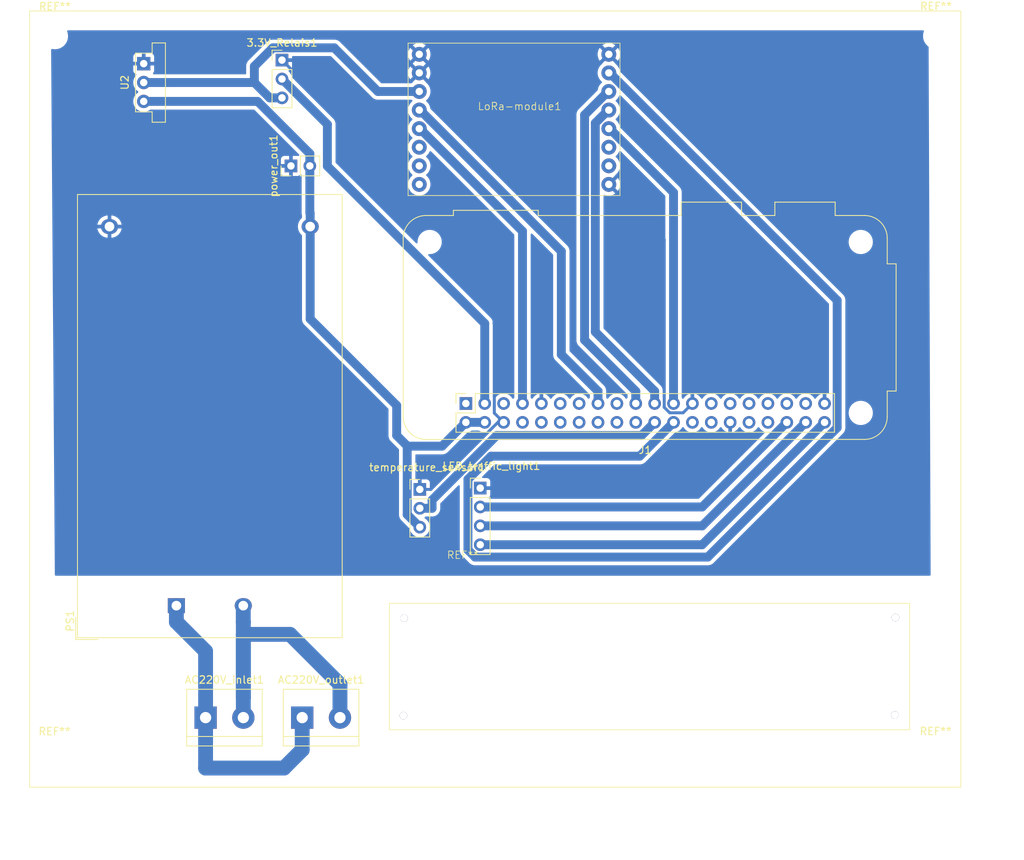
<source format=kicad_pcb>
(kicad_pcb (version 20240108) (generator "pcbnew") (generator_version "8.0")
  (layers (0 "F.Cu" signal) (31 "B.Cu" signal) (34 "B.Paste" user) (35 "F.Paste" user) (36 "B.SilkS" user "B.Silkscreen") (37 "F.SilkS" user "F.Silkscreen") (38 "B.Mask" user) (39 "F.Mask" user) (44 "Edge.Cuts" user))
  (net 0 "")
  (net 1 "Net-(J1-MISO0{slash}GPIO9)")
  (net 7 "Net-(J1-MOSI0{slash}GPIO10)")
  (net 10 "Net-(J1-GCLK0{slash}GPIO4)")
  (net 11 "Net-(J1-GPIO22)")
  (net 13 "Net-(J1-~{CE0}{slash}GPIO8)")
  (net 14 "Net-(3.3V_Relais1-3.3V)")
  (net 16 "Net-(3.3V_Relais1-GPIO)")
  (net 17 "Net-(AC220V_inlet1-AC)")
  (net 18 "Net-(J1-SCLK0{slash}GPIO11)")
  (net 19 "Net-(AC220V_inlet1-N)")
  (net 20 "Net-(PS1-+Vout)")
  (net 29 "Net-(J1-GPIO20{slash}MOSI1)")
  (net 30 "Net-(J1-GPIO16)")
  (net 33 "Net-(J1-GPIO21{slash}SCLK1)")
  (net 37 "Net-(J1-GPIO25)")
  (net 38 "GND")
  (net 39 "Net-(J1-3V3-Pad1)")
  (footprint "AAA_Emanuel:LoRa2" (layer "F.Cu") (at 89.92 32.32)
    (property "Reference" "LoRa-module1" (at 3.5 -3.5 0) (layer "F.SilkS") (effects (font (thickness 0.1))))
    (property "Value" "Ai-Thinker-Ra-02")
    (fp_line (start -11.5 -12) (end -11.5 8.5) (stroke (width 0.1)) (layer "F.SilkS"))
    (fp_line (start -11.5 -12) (end 17 -12) (stroke (width 0.1)) (layer "F.SilkS"))
    (fp_line (start -11.5 8.5) (end 17 8.5) (stroke (width 0.1)) (layer "F.SilkS"))
    (fp_line (start 17 -12) (end 17 8.5) (stroke (width 0.1)) (layer "F.SilkS"))
    (pad "1" thru_hole circle (at -10 -10.5) (size 2 2) (drill 1) (layers "*.Cu" "*.Mask") (net 38 "GND"))
    (pad "2" thru_hole circle (at -10 -8) (size 2 2) (drill 1) (layers "*.Cu" "*.Mask") (net 38 "GND"))
    (pad "3" thru_hole circle (at -10 -5.5) (size 2 2) (drill 1) (layers "*.Cu" "*.Mask") (net 14 "Net-(3.3V_Relais1-3.3V)"))
    (pad "4" thru_hole circle (at -10 -3) (size 2 2) (drill 1) (layers "*.Cu" "*.Mask") (net 11 "Net-(J1-GPIO22)"))
    (pad "5" thru_hole circle (at -10 -0.5) (size 2 2) (drill 1) (layers "*.Cu" "*.Mask") (net 10 "Net-(J1-GCLK0{slash}GPIO4)"))
    (pad "6" thru_hole circle (at -10 2) (size 2 2) (drill 1) (layers "*.Cu" "*.Mask"))
    (pad "7" thru_hole circle (at -10 4.5) (size 2 2) (drill 1) (layers "*.Cu" "*.Mask"))
    (pad "8" thru_hole circle (at -10 7) (size 2 2) (drill 1) (layers "*.Cu" "*.Mask"))
    (pad "9" thru_hole circle (at 15.5 7) (size 2 2) (drill 1) (layers "*.Cu" "*.Mask") (net 38 "GND"))
    (pad "10" thru_hole circle (at 15.5 4.5) (size 2 2) (drill 1) (layers "*.Cu" "*.Mask"))
    (pad "11" thru_hole circle (at 15.5 2) (size 2 2) (drill 1) (layers "*.Cu" "*.Mask"))
    (pad "12" thru_hole circle (at 15.5 -0.5) (size 2 2) (drill 1) (layers "*.Cu" "*.Mask") (net 18 "Net-(J1-SCLK0{slash}GPIO11)"))
    (pad "13" thru_hole circle (at 15.5 -3) (size 2 2) (drill 1) (layers "*.Cu" "*.Mask") (net 1 "Net-(J1-MISO0{slash}GPIO9)"))
    (pad "14" thru_hole circle (at 15.5 -5.5) (size 2 2) (drill 1) (layers "*.Cu" "*.Mask") (net 7 "Net-(J1-MOSI0{slash}GPIO10)"))
    (pad "15" thru_hole circle (at 15.5 -8) (size 2 2) (drill 1) (layers "*.Cu" "*.Mask") (net 13 "Net-(J1-~{CE0}{slash}GPIO8)"))
    (pad "16" thru_hole circle (at 15.5 -10.5) (size 2 2) (drill 1) (layers "*.Cu" "*.Mask") (net 38 "GND"))
  )
  (footprint "Connector_PinHeader_2.54mm:PinHeader_1x02_P2.54mm_Vertical" (layer "F.Cu") (at 62.655 36.835 90)
    (property "Reference" "power_out1" (at 0 -2.33 -90) (layer "F.SilkS"))
    (property "Value" "~")
    (fp_line (start -1.33 -1.33) (end 0 -1.33) (stroke (width 0.12)) (layer "F.SilkS"))
    (fp_line (start -1.33 0) (end -1.33 -1.33) (stroke (width 0.12)) (layer "F.SilkS"))
    (fp_line (start 1.33 1.27) (end 1.33 3.87) (stroke (width 0.12)) (layer "F.SilkS"))
    (fp_line (start -1.33 1.27) (end 1.33 1.27) (stroke (width 0.12)) (layer "F.SilkS"))
    (fp_line (start -1.33 1.27) (end -1.33 3.87) (stroke (width 0.12)) (layer "F.SilkS"))
    (fp_line (start -1.33 3.87) (end 1.33 3.87) (stroke (width 0.12)) (layer "F.SilkS"))
    (pad "1" thru_hole rect (at 0 0 90) (size 1.7 1.7) (drill 1) (layers "*.Cu" "*.Mask") (net 38 "GND"))
    (pad "2" thru_hole oval (at 0 2.54 90) (size 1.7 1.7) (drill 1) (layers "*.Cu" "*.Mask") (net 20 "Net-(PS1-+Vout)"))
  )
  (footprint "TerminalBlock:TerminalBlock_bornier-2_P5.08mm" (layer "F.Cu") (at 51.17 111.06)
    (property "Reference" "AC220V_inlet1" (at 2.54 -5.08 0) (layer "F.SilkS"))
    (property "Value" "~")
    (fp_line (start -2.54 -3.81) (end -2.54 3.81) (stroke (width 0.12)) (layer "F.SilkS"))
    (fp_line (start -2.54 3.81) (end 7.62 3.81) (stroke (width 0.12)) (layer "F.SilkS"))
    (fp_line (start 7.62 -3.81) (end -2.54 -3.81) (stroke (width 0.12)) (layer "F.SilkS"))
    (fp_line (start 7.62 2.54) (end -2.54 2.54) (stroke (width 0.12)) (layer "F.SilkS"))
    (fp_line (start 7.62 3.81) (end 7.62 -3.81) (stroke (width 0.12)) (layer "F.SilkS"))
    (pad "1" thru_hole rect (at 0 0) (size 3 3) (drill 1.52) (layers "*.Cu" "*.Mask") (net 17 "Net-(AC220V_inlet1-AC)"))
    (pad "2" thru_hole circle (at 5.08 0) (size 3 3) (drill 1.52) (layers "*.Cu" "*.Mask") (net 19 "Net-(AC220V_inlet1-N)"))
  )
  (footprint "Converter_DCDC:Converter_DCDC_Murata_OKI-78SR_Vertical" (layer "F.Cu") (at 42.845 23.075 -90)
    (property "Reference" "U2" (at 2.54 2.54 90) (layer "F.SilkS"))
    (property "Value" "DC5V-DC3.3V")
    (fp_line (start -1.4 1.1) (end -1.4 -1.14) (stroke (width 0.12)) (layer "F.SilkS"))
    (fp_line (start 6.48 1.1) (end -1.4 1.1) (stroke (width 0.12)) (layer "F.SilkS"))
    (fp_line (start -1.4 -1.14) (end -2.79 -1.14) (stroke (width 0.12)) (layer "F.SilkS"))
    (fp_line (start 6.48 -1.14) (end 6.48 1.1) (stroke (width 0.12)) (layer "F.SilkS"))
    (fp_line (start 7.88 -1.14) (end 6.48 -1.14) (stroke (width 0.12)) (layer "F.SilkS"))
    (fp_line (start 7.88 -1.15) (end 7.88 -2.92) (stroke (width 0.12)) (layer "F.SilkS"))
    (fp_line (start -2.79 -2.92) (end -2.79 -1.14) (stroke (width 0.12)) (layer "F.SilkS"))
    (fp_line (start 7.88 -2.92) (end -2.79 -2.92) (stroke (width 0.12)) (layer "F.SilkS"))
    (pad "1" thru_hole rect (at 0 0 270) (size 1.8 1.8) (drill 1) (layers "*.Cu" "*.Mask") (net 38 "GND"))
    (pad "2" thru_hole circle (at 2.54 0 270) (size 1.8 1.8) (drill 1) (layers "*.Cu" "*.Mask") (net 14 "Net-(3.3V_Relais1-3.3V)"))
    (pad "3" thru_hole circle (at 5.08 0 270) (size 1.8 1.8) (drill 1) (layers "*.Cu" "*.Mask") (net 20 "Net-(PS1-+Vout)"))
  )
  (footprint "Connector_PinHeader_2.54mm:PinHeader_1x03_P2.54mm_Vertical" (layer "F.Cu") (at 61.45 22.6)
    (property "Reference" "3.3V_Relais1" (at 0 -2.33 0) (layer "F.SilkS"))
    (property "Value" "~")
    (fp_line (start -1.33 -1.33) (end 0 -1.33) (stroke (width 0.12)) (layer "F.SilkS"))
    (fp_line (start -1.33 0) (end -1.33 -1.33) (stroke (width 0.12)) (layer "F.SilkS"))
    (fp_line (start -1.33 1.27) (end -1.33 6.41) (stroke (width 0.12)) (layer "F.SilkS"))
    (fp_line (start -1.33 1.27) (end 1.33 1.27) (stroke (width 0.12)) (layer "F.SilkS"))
    (fp_line (start -1.33 6.41) (end 1.33 6.41) (stroke (width 0.12)) (layer "F.SilkS"))
    (fp_line (start 1.33 1.27) (end 1.33 6.41) (stroke (width 0.12)) (layer "F.SilkS"))
    (pad "1" thru_hole oval (at 0 5.08) (size 1.7 1.7) (drill 1) (layers "*.Cu" "*.Mask") (net 14 "Net-(3.3V_Relais1-3.3V)"))
    (pad "2" thru_hole oval (at 0 2.54) (size 1.7 1.7) (drill 1) (layers "*.Cu" "*.Mask") (net 16 "Net-(3.3V_Relais1-GPIO)"))
    (pad "3" thru_hole rect (at 0 0) (size 1.7 1.7) (drill 1) (layers "*.Cu" "*.Mask") (net 38 "GND"))
  )
  (footprint "Connector_PinHeader_2.54mm:PinHeader_1x04_P2.54mm_Vertical" (layer "F.Cu") (at 88.12 80.18)
    (property "Reference" "LED_traffic_light1" (at 1.5 -2.96 0) (layer "F.SilkS"))
    (property "Value" "~")
    (fp_line (start -1.33 -1.33) (end 0 -1.33) (stroke (width 0.12)) (layer "F.SilkS"))
    (fp_line (start -1.33 0) (end -1.33 -1.33) (stroke (width 0.12)) (layer "F.SilkS"))
    (fp_line (start -1.33 1.27) (end -1.33 8.95) (stroke (width 0.12)) (layer "F.SilkS"))
    (fp_line (start -1.33 1.27) (end 1.33 1.27) (stroke (width 0.12)) (layer "F.SilkS"))
    (fp_line (start -1.33 8.95) (end 1.33 8.95) (stroke (width 0.12)) (layer "F.SilkS"))
    (fp_line (start 1.33 1.27) (end 1.33 8.95) (stroke (width 0.12)) (layer "F.SilkS"))
    (pad "1" thru_hole rect (at 0 0) (size 1.7 1.7) (drill 1) (layers "*.Cu" "*.Mask") (net 38 "GND"))
    (pad "2" thru_hole oval (at 0 2.54) (size 1.7 1.7) (drill 1) (layers "*.Cu" "*.Mask") (net 30 "Net-(J1-GPIO16)"))
    (pad "3" thru_hole oval (at 0 5.08) (size 1.7 1.7) (drill 1) (layers "*.Cu" "*.Mask") (net 29 "Net-(J1-GPIO20{slash}MOSI1)"))
    (pad "4" thru_hole oval (at 0 7.62) (size 1.7 1.7) (drill 1) (layers "*.Cu" "*.Mask") (net 33 "Net-(J1-GPIO21{slash}SCLK1)"))
  )
  (footprint "MountingHole:MountingHole_3mm" (layer "F.Cu") (at 30.91 19.38)
    (property "Reference" "REF**" (at 0 -4 0) (layer "F.SilkS"))
    (property "Value" "MountingHole_3mm")
    (pad "" np_thru_hole circle (at 0 0) (size 3 3) (drill 3) (layers "*.Cu" "*.Mask"))
  )
  (footprint "Converter_ACDC:Converter_ACDC_Hi-Link_HLK-20Mxx" (layer "F.Cu") (at 47.2425 95.9975 90)
    (property "Reference" "PS1" (at -2.05 -14.29 -90) (layer "F.SilkS"))
    (property "Value" "HLK-20M05")
    (fp_line (start -4.55 -13.55) (end -1.55 -13.55) (stroke (width 0.12)) (layer "F.SilkS"))
    (fp_line (start 55.31 -13.31) (end 55.31 22.31) (stroke (width 0.12)) (layer "F.SilkS"))
    (fp_line (start -4.31 -13.31) (end 55.31 -13.31) (stroke (width 0.12)) (layer "F.SilkS"))
    (fp_line (start -4.31 -13.31) (end -4.31 22.31) (stroke (width 0.12)) (layer "F.SilkS"))
    (fp_line (start -4.55 -10.55) (end -4.55 -13.55) (stroke (width 0.12)) (layer "F.SilkS"))
    (fp_line (start -4.31 22.31) (end 55.31 22.31) (stroke (width 0.12)) (layer "F.SilkS"))
    (pad "1" thru_hole rect (at 0 0 90) (size 2 2.3) (drill 1.3) (layers "*.Cu" "*.Mask") (net 17 "Net-(AC220V_inlet1-AC)"))
    (pad "2" thru_hole oval (at 0 9 90) (size 2 2.3) (drill 1.3) (layers "*.Cu" "*.Mask") (net 19 "Net-(AC220V_inlet1-N)"))
    (pad "3" thru_hole oval (at 51 -9 90) (size 2 2.3) (drill 1.3) (layers "*.Cu" "*.Mask") (net 38 "GND"))
    (pad "4" thru_hole oval (at 51 18 90) (size 2 2.3) (drill 1.3) (layers "*.Cu" "*.Mask") (net 20 "Net-(PS1-+Vout)"))
  )
  (footprint "MountingHole:MountingHole_3mm" (layer "F.Cu") (at 149.39 116.9)
    (property "Reference" "REF**" (at 0 -4 0) (layer "F.SilkS"))
    (property "Value" "MountingHole_3mm")
    (pad "" np_thru_hole circle (at 0 0) (size 3 3) (drill 3) (layers "F&B.Cu" "*.Mask"))
  )
  (footprint "MountingHole:MountingHole_3mm" (layer "F.Cu") (at 30.85 116.92)
    (property "Reference" "REF**" (at 0 -4 0) (layer "F.SilkS"))
    (property "Value" "MountingHole_3mm")
    (pad "" np_thru_hole circle (at 0 0) (size 3 3) (drill 3) (layers "F&B.Cu" "*.Mask"))
  )
  (footprint "MountingHole:MountingHole_3mm" (layer "F.Cu") (at 149.45 19.36)
    (property "Reference" "REF**" (at 0 -4 0) (layer "F.SilkS"))
    (property "Value" "MountingHole_3mm")
    (pad "" np_thru_hole circle (at 0 0) (size 3 3) (drill 3) (layers "*.Cu" "*.Mask"))
  )
  (footprint "TerminalBlock:TerminalBlock_bornier-2_P5.08mm" (layer "F.Cu") (at 64.17 111.06)
    (property "Reference" "AC220V_outlet1" (at 2.54 -5.08 0) (layer "F.SilkS"))
    (property "Value" "~")
    (fp_line (start -2.54 -3.81) (end -2.54 3.81) (stroke (width 0.12)) (layer "F.SilkS"))
    (fp_line (start -2.54 3.81) (end 7.62 3.81) (stroke (width 0.12)) (layer "F.SilkS"))
    (fp_line (start 7.62 -3.81) (end -2.54 -3.81) (stroke (width 0.12)) (layer "F.SilkS"))
    (fp_line (start 7.62 2.54) (end -2.54 2.54) (stroke (width 0.12)) (layer "F.SilkS"))
    (fp_line (start 7.62 3.81) (end 7.62 -3.81) (stroke (width 0.12)) (layer "F.SilkS"))
    (pad "1" thru_hole rect (at 0 0) (size 3 3) (drill 1.52) (layers "*.Cu" "*.Mask") (net 17 "Net-(AC220V_inlet1-AC)"))
    (pad "2" thru_hole circle (at 5.08 0) (size 3 3) (drill 1.52) (layers "*.Cu" "*.Mask") (net 19 "Net-(AC220V_inlet1-N)"))
  )
  (footprint "Module:Raspberry_Pi_Zero_Socketed_THT_FaceDown_MountingHoles" (layer "F.Cu") (at 86.1875 68.7975 90)
    (property "Reference" "J1" (at -6.27 24.13 0) (layer "F.SilkS"))
    (property "Value" "raspi-zero-2-w")
    (fp_line (start -1.77 -8.43) (end 22.23 -8.43) (stroke (width 0.12)) (layer "F.SilkS"))
    (fp_line (start 25.99 -1.68) (end 25.29 -1.68) (stroke (width 0.12)) (layer "F.SilkS"))
    (fp_line (start 25.29 -1.68) (end 25.29 -5.37) (stroke (width 0.12)) (layer "F.SilkS"))
    (fp_line (start 1.33 -1.33) (end 1.33 0) (stroke (width 0.12)) (layer "F.SilkS"))
    (fp_line (start 0 -1.33) (end 1.33 -1.33) (stroke (width 0.12)) (layer "F.SilkS"))
    (fp_line (start -1.27 -1.33) (end -1.27 1.27) (stroke (width 0.12)) (layer "F.SilkS"))
    (fp_line (start -3.87 -1.33) (end -1.27 -1.33) (stroke (width 0.12)) (layer "F.SilkS"))
    (fp_line (start -3.87 -1.33) (end -3.87 49.59) (stroke (width 0.12)) (layer "F.SilkS"))
    (fp_line (start 1.33 1.27) (end 1.33 49.59) (stroke (width 0.12)) (layer "F.SilkS"))
    (fp_line (start -1.27 1.27) (end 1.33 1.27) (stroke (width 0.12)) (layer "F.SilkS"))
    (fp_line (start 25.99 9.74) (end 25.99 -1.68) (stroke (width 0.12)) (layer "F.SilkS"))
    (fp_line (start 25.29 9.74) (end 25.99 9.74) (stroke (width 0.12)) (layer "F.SilkS"))
    (fp_line (start 27.09 28.97) (end 25.29 28.97) (stroke (width 0.12)) (layer "F.SilkS"))
    (fp_line (start 25.29 28.97) (end 25.29 9.74) (stroke (width 0.12)) (layer "F.SilkS"))
    (fp_line (start 27.09 37.09) (end 27.09 28.97) (stroke (width 0.12)) (layer "F.SilkS"))
    (fp_line (start 25.29 37.09) (end 27.09 37.09) (stroke (width 0.12)) (layer "F.SilkS"))
    (fp_line (start 27.09 41.57) (end 25.29 41.57) (stroke (width 0.12)) (layer "F.SilkS"))
    (fp_line (start 25.29 41.57) (end 25.29 37.09) (stroke (width 0.12)) (layer "F.SilkS"))
    (fp_line (start -3.87 49.59) (end 1.33 49.59) (stroke (width 0.12)) (layer "F.SilkS"))
    (fp_line (start 27.09 49.69) (end 27.09 41.57) (stroke (width 0.12)) (layer "F.SilkS"))
    (fp_line (start 25.29 49.69) (end 27.09 49.69) (stroke (width 0.12)) (layer "F.SilkS"))
    (fp_line (start 25.29 53.63) (end 25.29 49.69) (stroke (width 0.12)) (layer "F.SilkS"))
    (fp_line (start -4.83 53.63) (end -4.83 -5.37) (stroke (width 0.12)) (layer "F.SilkS"))
    (fp_line (start 18.79 56.69) (end 22.23 56.69) (stroke (width 0.12)) (layer "F.SilkS"))
    (fp_line (start 1.67 56.69) (end -1.77 56.69) (stroke (width 0.12)) (layer "F.SilkS"))
    (fp_line (start 1.67 56.69) (end 1.67 57.89) (stroke (width 0.12)) (layer "F.SilkS"))
    (fp_line (start 18.79 57.89) (end 18.79 56.69) (stroke (width 0.12)) (layer "F.SilkS"))
    (fp_line (start 1.67 57.89) (end 18.79 57.89) (stroke (width 0.12)) (layer "F.SilkS"))
    (fp_arc (start 22.23 -8.43) (mid 24.393747 -7.533747) (end 25.29 -5.37) (stroke (width 0.12)) (layer "F.SilkS"))
    (fp_arc (start -4.83 -5.37) (mid -3.933747 -7.533747) (end -1.77 -8.43) (stroke (width 0.12)) (layer "F.SilkS"))
    (fp_arc (start 25.29 53.63) (mid 24.393747 55.793747) (end 22.23 56.69) (stroke (width 0.12)) (layer "F.SilkS"))
    (fp_arc (start -1.77 56.69) (mid -3.933747 55.793747) (end -4.83 53.63) (stroke (width 0.12)) (layer "F.SilkS"))
    (pad "" np_thru_hole circle (at -1.27 -4.87 180) (size 2.75 2.75) (drill 2.75) (layers "*.Cu" "*.Mask"))
    (pad "" np_thru_hole circle (at -1.27 53.13 180) (size 2.75 2.75) (drill 2.75) (layers "*.Cu" "*.Mask"))
    (pad "" np_thru_hole circle (at 21.73 -4.87 180) (size 2.75 2.75) (drill 2.75) (layers "*.Cu" "*.Mask"))
    (pad "" np_thru_hole circle (at 21.73 53.13 180) (size 2.75 2.75) (drill 2.75) (layers "*.Cu" "*.Mask"))
    (pad "1" thru_hole rect (at 0 0 90) (size 1.7 1.7) (drill 1) (layers "*.Cu" "*.Mask") (net 39 "Net-(J1-3V3-Pad1)"))
    (pad "2" thru_hole oval (at -2.54 0 90) (size 1.7 1.7) (drill 1) (layers "*.Cu" "*.Mask") (net 20 "Net-(PS1-+Vout)"))
    (pad "3" thru_hole oval (at 0 2.54 90) (size 1.7 1.7) (drill 1) (layers "*.Cu" "*.Mask") (net 16 "Net-(3.3V_Relais1-GPIO)"))
    (pad "4" thru_hole oval (at -2.54 2.54 90) (size 1.7 1.7) (drill 1) (layers "*.Cu" "*.Mask") (net 20 "Net-(PS1-+Vout)"))
    (pad "5" thru_hole oval (at 0 5.08 90) (size 1.7 1.7) (drill 1) (layers "*.Cu" "*.Mask"))
    (pad "6" thru_hole oval (at -2.54 5.08 90) (size 1.7 1.7) (drill 1) (layers "*.Cu" "*.Mask") (net 38 "GND"))
    (pad "7" thru_hole oval (at 0 7.62 90) (size 1.7 1.7) (drill 1) (layers "*.Cu" "*.Mask") (net 10 "Net-(J1-GCLK0{slash}GPIO4)"))
    (pad "8" thru_hole oval (at -2.54 7.62 90) (size 1.7 1.7) (drill 1) (layers "*.Cu" "*.Mask"))
    (pad "9" thru_hole oval (at 0 10.16 90) (size 1.7 1.7) (drill 1) (layers "*.Cu" "*.Mask") (net 38 "GND"))
    (pad "10" thru_hole oval (at -2.54 10.16 90) (size 1.7 1.7) (drill 1) (layers "*.Cu" "*.Mask"))
    (pad "11" thru_hole oval (at 0 12.7 90) (size 1.7 1.7) (drill 1) (layers "*.Cu" "*.Mask"))
    (pad "12" thru_hole oval (at -2.54 12.7 90) (size 1.7 1.7) (drill 1) (layers "*.Cu" "*.Mask"))
    (pad "13" thru_hole oval (at 0 15.24 90) (size 1.7 1.7) (drill 1) (layers "*.Cu" "*.Mask"))
    (pad "14" thru_hole oval (at -2.54 15.24 90) (size 1.7 1.7) (drill 1) (layers "*.Cu" "*.Mask") (net 38 "GND"))
    (pad "15" thru_hole oval (at 0 17.78 90) (size 1.7 1.7) (drill 1) (layers "*.Cu" "*.Mask") (net 11 "Net-(J1-GPIO22)"))
    (pad "16" thru_hole oval (at -2.54 17.78 90) (size 1.7 1.7) (drill 1) (layers "*.Cu" "*.Mask"))
    (pad "17" thru_hole oval (at 0 20.32 90) (size 1.7 1.7) (drill 1) (layers "*.Cu" "*.Mask") (net 39 "Net-(J1-3V3-Pad1)"))
    (pad "18" thru_hole oval (at -2.54 20.32 90) (size 1.7 1.7) (drill 1) (layers "*.Cu" "*.Mask"))
    (pad "19" thru_hole oval (at 0 22.86 90) (size 1.7 1.7) (drill 1) (layers "*.Cu" "*.Mask") (net 7 "Net-(J1-MOSI0{slash}GPIO10)"))
    (pad "20" thru_hole oval (at -2.54 22.86 90) (size 1.7 1.7) (drill 1) (layers "*.Cu" "*.Mask") (net 38 "GND"))
    (pad "21" thru_hole oval (at 0 25.4 90) (size 1.7 1.7) (drill 1) (layers "*.Cu" "*.Mask") (net 1 "Net-(J1-MISO0{slash}GPIO9)"))
    (pad "22" thru_hole oval (at -2.54 25.4 90) (size 1.7 1.7) (drill 1) (layers "*.Cu" "*.Mask") (net 37 "Net-(J1-GPIO25)"))
    (pad "23" thru_hole oval (at 0 27.94 90) (size 1.7 1.7) (drill 1) (layers "*.Cu" "*.Mask") (net 18 "Net-(J1-SCLK0{slash}GPIO11)"))
    (pad "24" thru_hole oval (at -2.54 27.94 90) (size 1.7 1.7) (drill 1) (layers "*.Cu" "*.Mask") (net 13 "Net-(J1-~{CE0}{slash}GPIO8)"))
    (pad "25" thru_hole oval (at 0 30.48 90) (size 1.7 1.7) (drill 1) (layers "*.Cu" "*.Mask") (net 38 "GND"))
    (pad "26" thru_hole oval (at -2.54 30.48 90) (size 1.7 1.7) (drill 1) (layers "*.Cu" "*.Mask"))
    (pad "27" thru_hole oval (at 0 33.02 90) (size 1.7 1.7) (drill 1) (layers "*.Cu" "*.Mask"))
    (pad "28" thru_hole oval (at -2.54 33.02 90) (size 1.7 1.7) (drill 1) (layers "*.Cu" "*.Mask"))
    (pad "29" thru_hole oval (at 0 35.56 90) (size 1.7 1.7) (drill 1) (layers "*.Cu" "*.Mask"))
    (pad "30" thru_hole oval (at -2.54 35.56 90) (size 1.7 1.7) (drill 1) (layers "*.Cu" "*.Mask") (net 38 "GND"))
    (pad "31" thru_hole oval (at 0 38.1 90) (size 1.7 1.7) (drill 1) (layers "*.Cu" "*.Mask"))
    (pad "32" thru_hole oval (at -2.54 38.1 90) (size 1.7 1.7) (drill 1) (layers "*.Cu" "*.Mask"))
    (pad "33" thru_hole oval (at 0 40.64 90) (size 1.7 1.7) (drill 1) (layers "*.Cu" "*.Mask"))
    (pad "34" thru_hole oval (at -2.54 40.64 90) (size 1.7 1.7) (drill 1) (layers "*.Cu" "*.Mask") (net 38 "GND"))
    (pad "35" thru_hole oval (at 0 43.18 90) (size 1.7 1.7) (drill 1) (layers "*.Cu" "*.Mask"))
    (pad "36" thru_hole oval (at -2.54 43.18 90) (size 1.7 1.7) (drill 1) (layers "*.Cu" "*.Mask") (net 30 "Net-(J1-GPIO16)"))
    (pad "37" thru_hole oval (at 0 45.72 90) (size 1.7 1.7) (drill 1) (layers "*.Cu" "*.Mask"))
    (pad "38" thru_hole oval (at -2.54 45.72 90) (size 1.7 1.7) (drill 1) (layers "*.Cu" "*.Mask") (net 29 "Net-(J1-GPIO20{slash}MOSI1)"))
    (pad "39" thru_hole oval (at 0 48.26 90) (size 1.7 1.7) (drill 1) (layers "*.Cu" "*.Mask") (net 38 "GND"))
    (pad "40" thru_hole oval (at -2.54 48.26 90) (size 1.7 1.7) (drill 1) (layers "*.Cu" "*.Mask") (net 33 "Net-(J1-GPIO21{slash}SCLK1)"))
  )
  (footprint "AAA_Emanuel:Relais_holder" (layer "F.Cu") (at 75.89 95.69)
    (property "Reference" "REF**" (at 9.9 -6.5 0) (layer "F.SilkS") (effects (font (thickness 0.1))))
    (property "Value" "Relais_holder")
    (fp_rect (start 0 0) (end 70 17) (stroke (width 0.1)) (fill none) (layer "F.SilkS"))
    (pad "1" thru_hole circle (at 2 2) (size 1 1) (drill 3) (layers "*.Cu" "*.Mask"))
    (pad "2" thru_hole circle (at 1.9 15.1) (size 1 1) (drill 3) (layers "*.Cu" "*.Mask"))
    (pad "3" thru_hole circle (at 68.1 1.9) (size 1 1) (drill 3) (layers "*.Cu" "*.Mask"))
    (pad "4" thru_hole circle (at 68 15) (size 1 1) (drill 3) (layers "*.Cu" "*.Mask"))
  )
  (footprint "Connector_PinHeader_2.54mm:PinHeader_1x03_P2.54mm_Vertical" (layer "F.Cu") (at 79.99 80.355)
    (property "Reference" "temperature_sensor1" (at 1 -2.96 0) (layer "F.SilkS"))
    (property "Value" "DS18B20")
    (fp_line (start -1.33 -1.33) (end 0 -1.33) (stroke (width 0.12)) (layer "F.SilkS"))
    (fp_line (start -1.33 0) (end -1.33 -1.33) (stroke (width 0.12)) (layer "F.SilkS"))
    (fp_line (start -1.33 1.27) (end -1.33 6.41) (stroke (width 0.12)) (layer "F.SilkS"))
    (fp_line (start -1.33 1.27) (end 1.33 1.27) (stroke (width 0.12)) (layer "F.SilkS"))
    (fp_line (start -1.33 6.41) (end 1.33 6.41) (stroke (width 0.12)) (layer "F.SilkS"))
    (fp_line (start 1.33 1.27) (end 1.33 6.41) (stroke (width 0.12)) (layer "F.SilkS"))
    (pad "1" thru_hole rect (at 0 0) (size 1.7 1.7) (drill 1) (layers "*.Cu" "*.Mask") (net 38 "GND"))
    (pad "2" thru_hole oval (at 0 2.54) (size 1.7 1.7) (drill 1) (layers "*.Cu" "*.Mask") (net 37 "Net-(J1-GPIO25)"))
    (pad "3" thru_hole oval (at 0 5.08) (size 1.7 1.7) (drill 1) (layers "*.Cu" "*.Mask") (net 20 "Net-(PS1-+Vout)"))
  )
  (gr_rect (start 27.5 16) (end 152.78 120.42) (stroke (width 0.1)) (fill none) (layer "F.SilkS"))
  (segment (start 103.6052 59.1635) (end 103.6052 31.0699) (width 1.2) (layer "B.Cu") (net 1))
  (segment (start 105.3551 29.32) (end 105.42 29.32) (width 1.2) (layer "B.Cu") (net 1))
  (segment (start 111.5875 68.7975) (end 111.5875 67.1458) (width 1.2) (layer "B.Cu") (net 1))
  (segment (start 111.5875 67.1458) (end 103.6052 59.1635) (width 1.2) (layer "B.Cu") (net 1))
  (segment (start 103.6052 31.0699) (end 105.3551 29.32) (width 1.2) (layer "B.Cu") (net 1))
  (segment (start 109.0475 67.1458) (end 102.1617 60.26) (width 1.2) (layer "B.Cu") (net 7))
  (segment (start 102.1617 60.26) (end 102.1617 29.9777) (width 1.2) (layer "B.Cu") (net 7))
  (segment (start 109.0475 68.7975) (end 109.0475 67.1458) (width 1.2) (layer "B.Cu") (net 7))
  (segment (start 102.1617 29.9777) (end 105.3194 26.82) (width 1.2) (layer "B.Cu") (net 7))
  (segment (start 105.3194 26.82) (end 105.42 26.82) (width 1.2) (layer "B.Cu") (net 7))
  (segment (start 93.8075 45.6227) (end 93.8075 68.7975) (width 1.2) (layer "B.Cu") (net 10))
  (segment (start 79.92 31.82) (end 80.0048 31.82) (width 1.2) (layer "B.Cu") (net 10))
  (segment (start 80.0048 31.82) (end 93.8075 45.6227) (width 1.2) (layer "B.Cu") (net 10))
  (segment (start 79.92 29.32) (end 80.0304 29.32) (width 1.2) (layer "B.Cu") (net 11))
  (segment (start 99.0336 62.2119) (end 103.9675 67.1458) (width 1.2) (layer "B.Cu") (net 11))
  (segment (start 99.0336 48.3232) (end 99.0336 62.2119) (width 1.2) (layer "B.Cu") (net 11))
  (segment (start 103.9675 68.7975) (end 103.9675 67.1458) (width 1.2) (layer "B.Cu") (net 11))
  (segment (start 80.0304 29.32) (end 99.0336 48.3232) (width 1.2) (layer "B.Cu") (net 11))
  (segment (start 118.734 89.4624) (end 87.4335 89.4624) (width 1.2) (layer "B.Cu") (net 13))
  (segment (start 105.5421 24.32) (end 136.1438 54.9217) (width 1.2) (layer "B.Cu") (net 13))
  (segment (start 86.4683 88.4972) (end 86.4683 78.9979) (width 1.2) (layer "B.Cu") (net 13))
  (segment (start 89.5783 75.8879) (end 109.5771 75.8879) (width 1.2) (layer "B.Cu") (net 13))
  (segment (start 109.5771 75.8879) (end 114.1275 71.3375) (width 1.2) (layer "B.Cu") (net 13))
  (segment (start 136.1438 54.9217) (end 136.1438 72.0526) (width 1.2) (layer "B.Cu") (net 13))
  (segment (start 87.4335 89.4624) (end 86.4683 88.4972) (width 1.2) (layer "B.Cu") (net 13))
  (segment (start 136.1438 72.0526) (end 118.734 89.4624) (width 1.2) (layer "B.Cu") (net 13))
  (segment (start 105.42 24.32) (end 105.5421 24.32) (width 1.2) (layer "B.Cu") (net 13))
  (segment (start 86.4683 78.9979) (end 89.5783 75.8879) (width 1.2) (layer "B.Cu") (net 13))
  (segment (start 74.3493 26.82) (end 79.92 26.82) (width 1.2) (layer "B.Cu") (net 14))
  (segment (start 57.7333 25.615) (end 59.7983 27.68) (width 1.2) (layer "B.Cu") (net 14))
  (segment (start 60.2124 20.9483) (end 68.4776 20.9483) (width 1.2) (layer "B.Cu") (net 14))
  (segment (start 61.45 27.68) (end 59.7983 27.68) (width 1.2) (layer "B.Cu") (net 14))
  (segment (start 68.4776 20.9483) (end 74.3493 26.82) (width 1.2) (layer "B.Cu") (net 14))
  (segment (start 42.845 25.615) (end 57.7333 25.615) (width 1.2) (layer "B.Cu") (net 14))
  (segment (start 57.7333 23.4274) (end 60.2124 20.9483) (width 1.2) (layer "B.Cu") (net 14))
  (segment (start 57.7333 25.615) (end 57.7333 23.4274) (width 1.2) (layer "B.Cu") (net 14))
  (segment (start 88.7275 68.7975) (end 88.7275 58.0338) (width 1.2) (layer "B.Cu") (net 16))
  (segment (start 88.7275 58.0338) (end 67.5565 36.8628) (width 1.2) (layer "B.Cu") (net 16))
  (segment (start 67.5565 31.2465) (end 61.45 25.14) (width 1.2) (layer "B.Cu") (net 16))
  (segment (start 67.5565 36.8628) (end 67.5565 31.2465) (width 1.2) (layer "B.Cu") (net 16))
  (segment (start 51.17 117.85) (end 51.17 111.06) (width 2) (layer "B.Cu") (net 17))
  (segment (start 47.2425 98.1992) (end 51.17 102.1267) (width 2) (layer "B.Cu") (net 17))
  (segment (start 51.17 102.1267) (end 51.17 111.06) (width 2) (layer "B.Cu") (net 17))
  (segment (start 47.2425 95.9975) (end 47.2425 98.1992) (width 2) (layer "B.Cu") (net 17))
  (segment (start 64.17 115.39) (end 61.71 117.85) (width 2) (layer "B.Cu") (net 17))
  (segment (start 64.17 111.06) (end 64.17 115.39) (width 2) (layer "B.Cu") (net 17))
  (segment (start 61.71 117.85) (end 51.17 117.85) (width 2) (layer "B.Cu") (net 17))
  (segment (start 105.42 31.82) (end 105.5325 31.82) (width 1.2) (layer "B.Cu") (net 18))
  (segment (start 114.1275 40.415) (end 114.1275 68.7975) (width 1.2) (layer "B.Cu") (net 18))
  (segment (start 105.5325 31.82) (end 114.1275 40.415) (width 1.2) (layer "B.Cu") (net 18))
  (segment (start 56.2425 98.1992) (end 56.25 98.2067) (width 2) (layer "B.Cu") (net 19))
  (segment (start 62.53 99.86) (end 56.25 99.86) (width 2) (layer "B.Cu") (net 19))
  (segment (start 69.25 111.06) (end 69.25 106.58) (width 2) (layer "B.Cu") (net 19))
  (segment (start 69.25 106.58) (end 62.53 99.86) (width 2) (layer "B.Cu") (net 19))
  (segment (start 56.2425 95.9975) (end 56.2425 98.1992) (width 2) (layer "B.Cu") (net 19))
  (segment (start 56.25 99.86) (end 56.25 108.3583) (width 2) (layer "B.Cu") (net 19))
  (segment (start 56.25 108.3583) (end 56.25 111.06) (width 2) (layer "B.Cu") (net 19))
  (segment (start 56.25 98.2067) (end 56.25 108.3583) (width 2) (layer "B.Cu") (net 19))
  (segment (start 86.1875 71.3375) (end 82.985 74.54) (width 1.2) (layer "B.Cu") (net 20))
  (segment (start 65.195 36.835) (end 65.195 35.1833) (width 1.2) (layer "B.Cu") (net 20))
  (segment (start 86.1875 71.3375) (end 88.7275 71.3375) (width 1.2) (layer "B.Cu") (net 20))
  (segment (start 65.195 43.1483) (end 65.195 38.4867) (width 1.2) (layer "B.Cu") (net 20))
  (segment (start 42.845 28.155) (end 58.1667 28.155) (width 1.2) (layer "B.Cu") (net 20))
  (segment (start 65.2425 43.1958) (end 65.195 43.1483) (width 1.2) (layer "B.Cu") (net 20))
  (segment (start 65.2425 44.9975) (end 65.2425 43.1958) (width 1.2) (layer "B.Cu") (net 20))
  (segment (start 78.2951 83.7401) (end 78.2951 74.5115) (width 1.2) (layer "B.Cu") (net 20))
  (segment (start 58.1667 28.155) (end 65.195 35.1833) (width 1.2) (layer "B.Cu") (net 20))
  (segment (start 78.3236 74.54) (end 78.2951 74.5115) (width 1.2) (layer "B.Cu") (net 20))
  (segment (start 76.88 73.0964) (end 76.88 69.0618) (width 1.2) (layer "B.Cu") (net 20))
  (segment (start 76.88 69.0618) (end 65.2425 57.4243) (width 1.2) (layer "B.Cu") (net 20))
  (segment (start 82.985 74.54) (end 78.3236 74.54) (width 1.2) (layer "B.Cu") (net 20))
  (segment (start 79.99 85.435) (end 78.2951 83.7401) (width 1.2) (layer "B.Cu") (net 20))
  (segment (start 65.2425 57.4243) (end 65.2425 44.9975) (width 1.2) (layer "B.Cu") (net 20))
  (segment (start 65.195 36.835) (end 65.195 38.4867) (width 1.2) (layer "B.Cu") (net 20))
  (segment (start 78.2951 74.5115) (end 76.88 73.0964) (width 1.2) (layer "B.Cu") (net 20))
  (segment (start 117.985 85.26) (end 131.9075 71.3375) (width 1.2) (layer "B.Cu") (net 29))
  (segment (start 88.12 85.26) (end 117.985 85.26) (width 1.2) (layer "B.Cu") (net 29))
  (segment (start 117.985 82.72) (end 129.3675 71.3375) (width 1.2) (layer "B.Cu") (net 30))
  (segment (start 88.12 82.72) (end 117.985 82.72) (width 1.2) (layer "B.Cu") (net 30))
  (segment (start 117.985 87.8) (end 88.12 87.8) (width 1.2) (layer "B.Cu") (net 33))
  (segment (start 134.4475 71.3375) (end 117.985 87.8) (width 1.2) (layer "B.Cu") (net 33))
  (segment (start 90.3251 73.1043) (end 81.6417 81.7877) (width 1.2) (layer "B.Cu") (net 37))
  (segment (start 81.6417 81.7877) (end 81.6417 82.895) (width 1.2) (layer "B.Cu") (net 37))
  (segment (start 109.8207 73.1043) (end 90.3251 73.1043) (width 1.2) (layer "B.Cu") (net 37))
  (segment (start 111.5875 71.3375) (end 109.8207 73.1043) (width 1.2) (layer "B.Cu") (net 37))
  (segment (start 79.99 82.895) (end 81.6417 82.895) (width 1.2) (layer "B.Cu") (net 37))
  (segment (start 90.0175 58.0875) (end 89.99 58.06) (width 0.4) (layer "B.Cu") (net 38))
  (segment (start 76.04 37.19) (end 61.45 22.6) (width 0.4) (layer "B.Cu") (net 38))
  (segment (start 113.609733 70.0475) (end 112.8775 69.315267) (width 0.4) (layer "B.Cu") (net 38))
  (segment (start 80.180101 41.56) (end 80.160101 41.58) (width 0.4) (layer "B.Cu") (net 38))
  (segment (start 89.99 53.15906) (end 84.83 47.99906) (width 0.4) (layer "B.Cu") (net 38))
  (segment (start 84.83 47.99906) (end 84.83 41.56) (width 0.4) (layer "B.Cu") (net 38))
  (segment (start 90.495267 71.3375) (end 81.477767 80.355) (width 0.4) (layer "B.Cu") (net 38))
  (segment (start 81.477767 80.355) (end 79.99 80.355) (width 0.4) (layer "B.Cu") (net 38))
  (segment (start 76.04 41.58) (end 76.04 37.19) (width 0.4) (layer "B.Cu") (net 38))
  (segment (start 89.99 58.06) (end 89.99 53.15906) (width 0.4) (layer "B.Cu") (net 38))
  (segment (start 80.160101 41.58) (end 76.04 41.58) (width 0.4) (layer "B.Cu") (net 38))
  (segment (start 90.0175 70.0875) (end 90.0175 58.0875) (width 0.4) (layer "B.Cu") (net 38))
  (segment (start 115.4175 70.0475) (end 113.609733 70.0475) (width 0.4) (layer "B.Cu") (net 38))
  (segment (start 112.8775 69.315267) (end 112.8775 46.7775) (width 0.4) (layer "B.Cu") (net 38))
  (segment (start 112.8775 46.7775) (end 105.42 39.32) (width 0.4) (layer "B.Cu") (net 38))
  (segment (start 84.83 41.56) (end 80.180101 41.56) (width 0.4) (layer "B.Cu") (net 38))
  (segment (start 116.6675 68.7975) (end 115.4175 70.0475) (width 0.4) (layer "B.Cu") (net 38))
  (segment (start 91.2675 71.3375) (end 90.0175 70.0875) (width 0.4) (layer "B.Cu") (net 38))
  (segment (start 91.2675 71.3375) (end 90.495267 71.3375) (width 0.4) (layer "B.Cu") (net 38))
  (zone (net 38) (net_name "GND") (layer "B.Cu") (connect_pads (clearance 0.5)) (min_thickness 0.25) (fill yes (thermal_gap 0.5) (thermal_bridge_width 0.5))
    (polygon (pts (xy 30.37 18.59) (xy 148.44 18.59) (xy 148.72 91.97) (xy 30.89 91.97) (xy 30.37 18.61)))
  )
)
</source>
